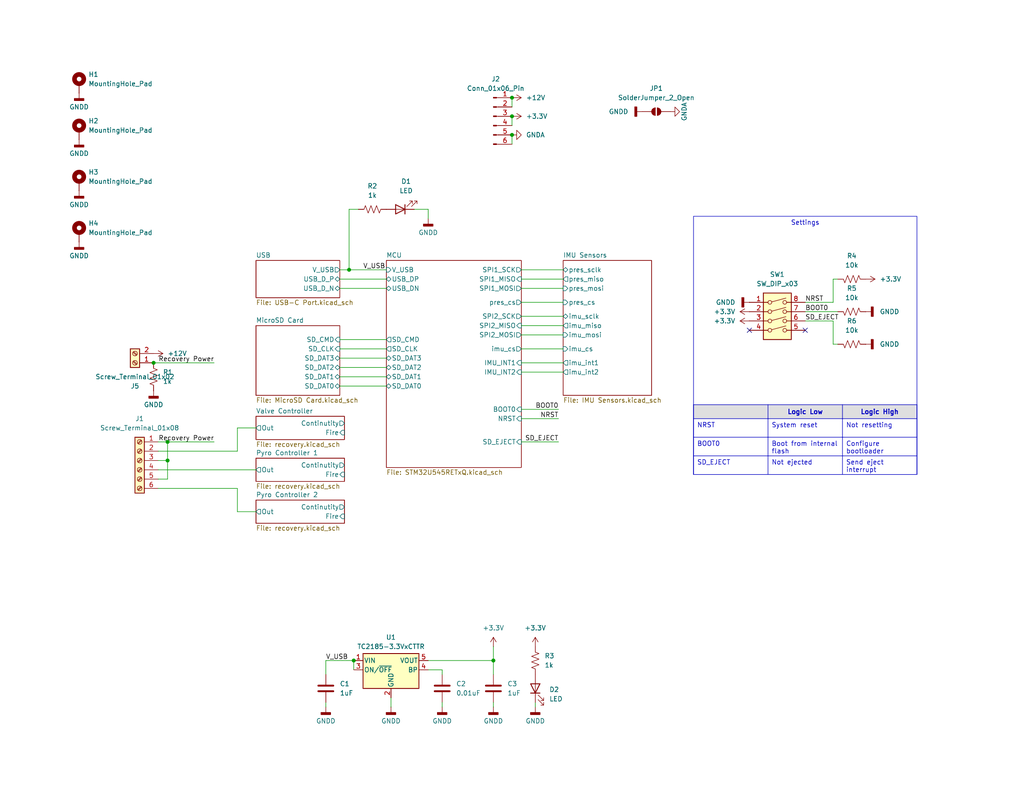
<source format=kicad_sch>
(kicad_sch (version 20250114) (generator "eeschema") (generator_version "9.0")
  (paper "USLetter")
  (title_block (title "Control Module") (date "2025-04-10") (rev "1") (company "Rowan Rocketry"))
  (lib_symbols
    (symbol "Connector:Conn_01x06_Pin" (pin_names (offset 1.016) (hide yes))
      (property "Reference" "J" (at 0 7.62 0))
      (property "Value" "Conn_01x06_Pin" (at 0 -10.16 0))
      (symbol "Conn_01x06_Pin_1_1"
        (rectangle (start 0.8636 5.207) (end 0 4.953) (stroke (width 0.1524)) (fill (type outline)))
        (rectangle (start 0.8636 2.667) (end 0 2.413) (stroke (width 0.1524)) (fill (type outline)))
        (rectangle (start 0.8636 0.127) (end 0 -0.127) (stroke (width 0.1524)) (fill (type outline)))
        (rectangle (start 0.8636 -2.413) (end 0 -2.667) (stroke (width 0.1524)) (fill (type outline)))
        (rectangle (start 0.8636 -4.953) (end 0 -5.207) (stroke (width 0.1524)) (fill (type outline)))
        (rectangle (start 0.8636 -7.493) (end 0 -7.747) (stroke (width 0.1524)) (fill (type outline)))
        (polyline (pts (xy 1.27 5.08) (xy 0.8636 5.08)) (stroke (width 0.1524)))
        (polyline (pts (xy 1.27 2.54) (xy 0.8636 2.54)) (stroke (width 0.1524)))
        (polyline (pts (xy 1.27 0) (xy 0.8636 0)) (stroke (width 0.1524)))
        (polyline (pts (xy 1.27 -2.54) (xy 0.8636 -2.54)) (stroke (width 0.1524)))
        (polyline (pts (xy 1.27 -5.08) (xy 0.8636 -5.08)) (stroke (width 0.1524)))
        (polyline (pts (xy 1.27 -7.62) (xy 0.8636 -7.62)) (stroke (width 0.1524)))
        (pin passive line (at 5.08 5.08 180) (length 3.81) (name "Pin_1") (number "1"))
        (pin passive line (at 5.08 2.54 180) (length 3.81) (name "Pin_2") (number "2"))
        (pin passive line (at 5.08 0 180) (length 3.81) (name "Pin_3") (number "3"))
        (pin passive line (at 5.08 -2.54 180) (length 3.81) (name "Pin_4") (number "4"))
        (pin passive line (at 5.08 -5.08 180) (length 3.81) (name "Pin_5") (number "5"))
        (pin passive line (at 5.08 -7.62 180) (length 3.81) (name "Pin_6") (number "6"))
      )
    )
    (symbol "Connector:Screw_Terminal_01x02" (pin_names (offset 1.016) (hide yes))
      (property "Reference" "J" (at 0 2.54 0))
      (property "Value" "Screw_Terminal_01x02" (at 0 -5.08 0))
      (symbol "Screw_Terminal_01x02_1_1"
        (rectangle (start -1.27 1.27) (end 1.27 -3.81) (stroke (width 0.254)) (fill (type background)))
        (polyline (pts (xy -0.5334 0.3302) (xy 0.3302 -0.508)) (stroke (width 0.1524)))
        (polyline (pts (xy -0.5334 -2.2098) (xy 0.3302 -3.048)) (stroke (width 0.1524)))
        (polyline (pts (xy -0.3556 0.508) (xy 0.508 -0.3302)) (stroke (width 0.1524)))
        (polyline (pts (xy -0.3556 -2.032) (xy 0.508 -2.8702)) (stroke (width 0.1524)))
        (circle (center 0 0) (radius 0.635) (stroke (width 0.1524)))
        (circle (center 0 -2.54) (radius 0.635) (stroke (width 0.1524)))
        (pin passive line (at -5.08 0 0) (length 3.81) (name "Pin_1") (number "1"))
        (pin passive line (at -5.08 -2.54 0) (length 3.81) (name "Pin_2") (number "2"))
      )
    )
    (symbol "Connector:Screw_Terminal_01x06" (pin_names (offset 1.016) (hide yes))
      (property "Reference" "J" (at 0 7.62 0))
      (property "Value" "Screw_Terminal_01x06" (at 0 -10.16 0))
      (symbol "Screw_Terminal_01x06_1_1"
        (rectangle (start -1.27 6.35) (end 1.27 -8.89) (stroke (width 0.254)) (fill (type background)))
        (polyline (pts (xy -0.5334 5.4102) (xy 0.3302 4.572)) (stroke (width 0.1524)))
        (polyline (pts (xy -0.5334 2.8702) (xy 0.3302 2.032)) (stroke (width 0.1524)))
        (polyline (pts (xy -0.5334 0.3302) (xy 0.3302 -0.508)) (stroke (width 0.1524)))
        (polyline (pts (xy -0.5334 -2.2098) (xy 0.3302 -3.048)) (stroke (width 0.1524)))
        (polyline (pts (xy -0.5334 -4.7498) (xy 0.3302 -5.588)) (stroke (width 0.1524)))
        (polyline (pts (xy -0.5334 -7.2898) (xy 0.3302 -8.128)) (stroke (width 0.1524)))
        (polyline (pts (xy -0.3556 5.588) (xy 0.508 4.7498)) (stroke (width 0.1524)))
        (polyline (pts (xy -0.3556 3.048) (xy 0.508 2.2098)) (stroke (width 0.1524)))
        (polyline (pts (xy -0.3556 0.508) (xy 0.508 -0.3302)) (stroke (width 0.1524)))
        (polyline (pts (xy -0.3556 -2.032) (xy 0.508 -2.8702)) (stroke (width 0.1524)))
        (polyline (pts (xy -0.3556 -4.572) (xy 0.508 -5.4102)) (stroke (width 0.1524)))
        (polyline (pts (xy -0.3556 -7.112) (xy 0.508 -7.9502)) (stroke (width 0.1524)))
        (circle (center 0 5.08) (radius 0.635) (stroke (width 0.1524)))
        (circle (center 0 2.54) (radius 0.635) (stroke (width 0.1524)))
        (circle (center 0 0) (radius 0.635) (stroke (width 0.1524)))
        (circle (center 0 -2.54) (radius 0.635) (stroke (width 0.1524)))
        (circle (center 0 -5.08) (radius 0.635) (stroke (width 0.1524)))
        (circle (center 0 -7.62) (radius 0.635) (stroke (width 0.1524)))
        (pin passive line (at -5.08 5.08 0) (length 3.81) (name "Pin_1") (number "1"))
        (pin passive line (at -5.08 2.54 0) (length 3.81) (name "Pin_2") (number "2"))
        (pin passive line (at -5.08 0 0) (length 3.81) (name "Pin_3") (number "3"))
        (pin passive line (at -5.08 -2.54 0) (length 3.81) (name "Pin_4") (number "4"))
        (pin passive line (at -5.08 -5.08 0) (length 3.81) (name "Pin_5") (number "5"))
        (pin passive line (at -5.08 -7.62 0) (length 3.81) (name "Pin_6") (number "6"))
      )
    )
    (symbol "Device:C" (pin_numbers (hide yes)) (pin_names (offset 0.254))
      (property "Reference" "C" (at 0.635 2.54 0))
      (property "Value" "C" (at 0.635 -2.54 0))
      (symbol "C_0_1"
        (polyline (pts (xy -2.032 0.762) (xy 2.032 0.762)) (stroke (width 0.508)))
        (polyline (pts (xy -2.032 -0.762) (xy 2.032 -0.762)) (stroke (width 0.508)))
      )
      (symbol "C_1_1"
        (pin passive line (at 0 3.81 270) (length 2.794) (name "~") (number "1"))
        (pin passive line (at 0 -3.81 90) (length 2.794) (name "~") (number "2"))
      )
    )
    (symbol "Device:LED" (pin_numbers (hide yes)) (pin_names (offset 1.016) (hide yes))
      (property "Reference" "D" (at 0 2.54 0))
      (property "Value" "LED" (at 0 -2.54 0))
      (symbol "LED_0_1"
        (polyline (pts (xy -3.048 -0.762) (xy -4.572 -2.286) (xy -3.81 -2.286) (xy -4.572 -2.286) (xy -4.572 -1.524)))
        (polyline (pts (xy -1.778 -0.762) (xy -3.302 -2.286) (xy -2.54 -2.286) (xy -3.302 -2.286) (xy -3.302 -1.524)))
        (polyline (pts (xy -1.27 0) (xy 1.27 0)))
        (polyline (pts (xy -1.27 -1.27) (xy -1.27 1.27)) (stroke (width 0.254)))
        (polyline (pts (xy 1.27 -1.27) (xy 1.27 1.27) (xy -1.27 0) (xy 1.27 -1.27)) (stroke (width 0.254)))
      )
      (symbol "LED_1_1"
        (pin passive line (at -3.81 0 0) (length 2.54) (name "K") (number "1"))
        (pin passive line (at 3.81 0 180) (length 2.54) (name "A") (number "2"))
      )
    )
    (symbol "Device:R_US" (pin_numbers (hide yes)) (pin_names (offset 0))
      (property "Reference" "R" (at 2.54 0 90))
      (property "Value" "R_US" (at -2.54 0 90))
      (symbol "R_US_0_1"
        (polyline (pts (xy 0 2.286) (xy 0 2.54)))
        (polyline (pts (xy 0 2.286) (xy 1.016 1.905) (xy 0 1.524) (xy -1.016 1.143) (xy 0 0.762)))
        (polyline (pts (xy 0 0.762) (xy 1.016 0.381) (xy 0 0) (xy -1.016 -0.381) (xy 0 -0.762)))
        (polyline (pts (xy 0 -0.762) (xy 1.016 -1.143) (xy 0 -1.524) (xy -1.016 -1.905) (xy 0 -2.286)))
        (polyline (pts (xy 0 -2.286) (xy 0 -2.54)))
      )
      (symbol "R_US_1_1"
        (pin passive line (at 0 3.81 270) (length 1.27) (name "~") (number "1"))
        (pin passive line (at 0 -3.81 90) (length 1.27) (name "~") (number "2"))
      )
    )
    (symbol "Jumper:SolderJumper_2_Open" (pin_numbers (hide yes)) (pin_names (offset 0) (hide yes)) (in_bom no)
      (property "Reference" "JP" (at 0 2.032 0))
      (property "Value" "SolderJumper_2_Open" (at 0 -2.54 0))
      (symbol "SolderJumper_2_Open_0_1"
        (polyline (pts (xy -0.254 1.016) (xy -0.254 -1.016)))
        (arc (start -0.254 -1.016) (mid -1.2656 0) (end -0.254 1.016))
        (arc (start -0.254 -1.016) (mid -1.2656 0) (end -0.254 1.016) (fill (type outline)))
        (arc (start 0.254 1.016) (mid 1.2656 0) (end 0.254 -1.016))
        (arc (start 0.254 1.016) (mid 1.2656 0) (end 0.254 -1.016) (fill (type outline)))
        (polyline (pts (xy 0.254 1.016) (xy 0.254 -1.016)))
      )
      (symbol "SolderJumper_2_Open_1_1"
        (pin passive line (at -3.81 0 0) (length 2.54) (name "A") (number "1"))
        (pin passive line (at 3.81 0 180) (length 2.54) (name "B") (number "2"))
      )
    )
    (symbol "Mechanical:MountingHole_Pad" (pin_numbers (hide yes)) (pin_names (offset 1.016) (hide yes)) (exclude_from_sim yes) (in_bom no)
      (property "Reference" "H" (at 0 6.35 0))
      (property "Value" "MountingHole_Pad" (at 0 4.445 0))
      (symbol "MountingHole_Pad_0_1"
        (circle (center 0 1.27) (radius 1.27) (stroke (width 1.27)))
      )
      (symbol "MountingHole_Pad_1_1"
        (pin input line (at 0 -2.54 90) (length 2.54) (name "1") (number "1"))
      )
    )
    (symbol "Regulator_Linear:TC2185-3.3VxCTTR" (pin_names (offset 0.254))
      (property "Reference" "U" (at -6.35 5.715 0))
      (property "Value" "TC2185-3.3VxCTTR" (at 0 5.715 0))
      (symbol "TC2185-3.3VxCTTR_0_1"
        (rectangle (start -7.62 -5.08) (end 7.62 4.445) (stroke (width 0.254)) (fill (type background)))
      )
      (symbol "TC2185-3.3VxCTTR_1_1"
        (pin power_in line (at -10.16 2.54 0) (length 2.54) (name "VIN") (number "1"))
        (pin input line (at -10.16 0 0) (length 2.54) (name "ON/~{OFF}") (number "3"))
        (pin power_in line (at 0 -7.62 90) (length 2.54) (name "GND") (number "2"))
        (pin power_out line (at 10.16 2.54 180) (length 2.54) (name "VOUT") (number "5"))
        (pin input line (at 10.16 0 180) (length 2.54) (name "BP") (number "4"))
      )
    )
    (symbol "Switch:SW_DIP_x04" (pin_names (offset 0) (hide yes))
      (property "Reference" "SW" (at 0 8.89 0))
      (property "Value" "SW_DIP_x04" (at 0 -6.35 0))
      (symbol "SW_DIP_x04_0_0"
        (circle (center -2.032 5.08) (radius 0.508))
        (circle (center -2.032 2.54) (radius 0.508))
        (circle (center -2.032 0) (radius 0.508))
        (circle (center -2.032 -2.54) (radius 0.508))
        (polyline (pts (xy -1.524 5.207) (xy 2.3622 6.2484)))
        (polyline (pts (xy -1.524 2.667) (xy 2.3622 3.7084)))
        (polyline (pts (xy -1.524 0.127) (xy 2.3622 1.1684)))
        (polyline (pts (xy -1.524 -2.3876) (xy 2.3622 -1.3462)))
        (circle (center 2.032 5.08) (radius 0.508))
        (circle (center 2.032 2.54) (radius 0.508))
        (circle (center 2.032 0) (radius 0.508))
        (circle (center 2.032 -2.54) (radius 0.508))
      )
      (symbol "SW_DIP_x04_0_1"
        (rectangle (start -3.81 7.62) (end 3.81 -5.08) (stroke (width 0.254)) (fill (type background)))
      )
      (symbol "SW_DIP_x04_1_1"
        (pin passive line (at -7.62 5.08 0) (length 5.08) (name "~") (number "1"))
        (pin passive line (at -7.62 2.54 0) (length 5.08) (name "~") (number "2"))
        (pin passive line (at -7.62 0 0) (length 5.08) (name "~") (number "3"))
        (pin passive line (at -7.62 -2.54 0) (length 5.08) (name "~") (number "4"))
        (pin passive line (at 7.62 5.08 180) (length 5.08) (name "~") (number "8"))
        (pin passive line (at 7.62 2.54 180) (length 5.08) (name "~") (number "7"))
        (pin passive line (at 7.62 0 180) (length 5.08) (name "~") (number "6"))
        (pin passive line (at 7.62 -2.54 180) (length 5.08) (name "~") (number "5"))
      )
    )
    (symbol "power:+12V" (power) (pin_numbers (hide yes)) (pin_names (offset 0) (hide yes))
      (property "Value" "+12V" (at 0 3.556 0))
      (symbol "+12V_0_1"
        (polyline (pts (xy -0.762 1.27) (xy 0 2.54)))
        (polyline (pts (xy 0 2.54) (xy 0.762 1.27)))
        (polyline (pts (xy 0 0) (xy 0 2.54)))
      )
      (symbol "+12V_1_1"
        (pin power_in line (at 0 0 90) (length 0) (name "~") (number "1"))
      )
    )
    (symbol "power:+3.3V" (power) (pin_numbers (hide yes)) (pin_names (offset 0) (hide yes))
      (property "Value" "+3.3V" (at 0 3.556 0))
      (symbol "+3.3V_0_1"
        (polyline (pts (xy -0.762 1.27) (xy 0 2.54)))
        (polyline (pts (xy 0 2.54) (xy 0.762 1.27)))
        (polyline (pts (xy 0 0) (xy 0 2.54)))
      )
      (symbol "+3.3V_1_1"
        (pin power_in line (at 0 0 90) (length 0) (name "~") (number "1"))
      )
    )
    (symbol "power:GNDA" (power) (pin_numbers (hide yes)) (pin_names (offset 0) (hide yes))
      (property "Value" "GNDA" (at 0 -3.81 0))
      (symbol "GNDA_0_1"
        (polyline (pts (xy 0 0) (xy 0 -1.27) (xy 1.27 -1.27) (xy 0 -2.54) (xy -1.27 -1.27) (xy 0 -1.27)))
      )
      (symbol "GNDA_1_1"
        (pin power_in line (at 0 0 270) (length 0) (name "~") (number "1"))
      )
    )
    (symbol "power:GNDD" (power) (pin_numbers (hide yes)) (pin_names (offset 0) (hide yes))
      (property "Value" "GNDD" (at 0 -3.175 0))
      (symbol "GNDD_0_1"
        (rectangle (start -1.27 -1.524) (end 1.27 -2.032) (stroke (width 0.254)) (fill (type outline)))
        (polyline (pts (xy 0 0) (xy 0 -1.524)))
      )
      (symbol "GNDD_1_1"
        (pin power_in line (at 0 0 270) (length 0) (name "~") (number "1"))
      )
    )
  )
  (rectangle (start 189.23 59.055) (end 250.19 129.54))
  (text "Settings" (at 219.71 60.96 0) (effects (font (size 1.27 1.27))))
  (junction (at 139.7 26.67))
  (junction (at 96.52 180.34))
  (junction (at 45.72 120.65))
  (junction (at 45.72 125.73))
  (junction (at 139.7 36.83))
  (junction (at 139.7 31.75))
  (junction (at 95.25 73.66))
  (junction (at 134.62 180.34))
  (junction (at 41.91 99.06))
  (no_connect (at 219.71 90.17))
  (no_connect (at 204.47 90.17))
  (wire (pts (xy 142.24 86.36) (xy 153.67 86.36)))
  (wire (pts (xy 64.77 123.19) (xy 64.77 116.84)))
  (wire (pts (xy 227.33 93.98) (xy 228.6 93.98)))
  (wire (pts (xy 227.33 76.2) (xy 227.33 82.55)))
  (wire (pts (xy 64.77 139.7) (xy 64.77 133.35)))
  (wire (pts (xy 116.84 59.69) (xy 116.84 57.15)))
  (wire (pts (xy 106.68 193.04) (xy 106.68 190.5)))
  (wire (pts (xy 64.77 133.35) (xy 43.18 133.35)))
  (wire (pts (xy 58.42 99.06) (xy 41.91 99.06)))
  (wire (pts (xy 92.71 105.41) (xy 105.41 105.41)))
  (wire (pts (xy 142.24 91.44) (xy 153.67 91.44)))
  (wire (pts (xy 134.62 191.77) (xy 134.62 193.04)))
  (wire (pts (xy 134.62 176.53) (xy 134.62 180.34)))
  (wire (pts (xy 116.84 182.88) (xy 120.65 182.88)))
  (wire (pts (xy 92.71 78.74) (xy 105.41 78.74)))
  (wire (pts (xy 45.72 120.65) (xy 45.72 125.73)))
  (wire (pts (xy 45.72 125.73) (xy 45.72 130.81)))
  (wire (pts (xy 227.33 87.63) (xy 219.71 87.63)))
  (wire (pts (xy 134.62 180.34) (xy 134.62 184.15)))
  (wire (pts (xy 88.9 184.15) (xy 88.9 180.34)))
  (wire (pts (xy 88.9 180.34) (xy 96.52 180.34)))
  (wire (pts (xy 152.4 111.76) (xy 142.24 111.76)))
  (wire (pts (xy 43.18 130.81) (xy 45.72 130.81)))
  (wire (pts (xy 142.24 76.2) (xy 153.67 76.2)))
  (wire (pts (xy 69.85 139.7) (xy 64.77 139.7)))
  (wire (pts (xy 139.7 26.67) (xy 139.7 29.21)))
  (wire (pts (xy 120.65 182.88) (xy 120.65 184.15)))
  (wire (pts (xy 43.18 120.65) (xy 45.72 120.65)))
  (wire (pts (xy 92.71 76.2) (xy 105.41 76.2)))
  (wire (pts (xy 45.72 120.65) (xy 58.42 120.65)))
  (wire (pts (xy 227.33 93.98) (xy 227.33 87.63)))
  (wire (pts (xy 227.33 82.55) (xy 219.71 82.55)))
  (wire (pts (xy 139.7 36.83) (xy 139.7 39.37)))
  (wire (pts (xy 43.18 125.73) (xy 45.72 125.73)))
  (wire (pts (xy 64.77 116.84) (xy 69.85 116.84)))
  (wire (pts (xy 219.71 85.09) (xy 228.6 85.09)))
  (wire (pts (xy 92.71 100.33) (xy 105.41 100.33)))
  (wire (pts (xy 142.24 73.66) (xy 153.67 73.66)))
  (wire (pts (xy 142.24 101.6) (xy 153.67 101.6)))
  (wire (pts (xy 142.24 82.55) (xy 153.67 82.55)))
  (wire (pts (xy 92.71 95.25) (xy 105.41 95.25)))
  (wire (pts (xy 116.84 57.15) (xy 113.03 57.15)))
  (wire (pts (xy 120.65 193.04) (xy 120.65 191.77)))
  (wire (pts (xy 95.25 57.15) (xy 95.25 73.66)))
  (wire (pts (xy 97.79 57.15) (xy 95.25 57.15)))
  (wire (pts (xy 92.71 73.66) (xy 95.25 73.66)))
  (wire (pts (xy 142.24 78.74) (xy 153.67 78.74)))
  (wire (pts (xy 146.05 193.04) (xy 146.05 191.77)))
  (wire (pts (xy 43.18 128.27) (xy 69.85 128.27)))
  (wire (pts (xy 88.9 191.77) (xy 88.9 193.04)))
  (wire (pts (xy 152.4 114.3) (xy 142.24 114.3)))
  (wire (pts (xy 92.71 92.71) (xy 105.41 92.71)))
  (wire (pts (xy 142.24 95.25) (xy 153.67 95.25)))
  (wire (pts (xy 92.71 97.79) (xy 105.41 97.79)))
  (wire (pts (xy 116.84 180.34) (xy 134.62 180.34)))
  (wire (pts (xy 96.52 180.34) (xy 96.52 182.88)))
  (wire (pts (xy 142.24 99.06) (xy 153.67 99.06)))
  (wire (pts (xy 152.4 120.65) (xy 142.24 120.65)))
  (wire (pts (xy 139.7 31.75) (xy 139.7 34.29)))
  (wire (pts (xy 43.18 123.19) (xy 64.77 123.19)))
  (wire (pts (xy 92.71 102.87) (xy 105.41 102.87)))
  (wire (pts (xy 142.24 88.9) (xy 153.67 88.9)))
  (wire (pts (xy 227.33 76.2) (xy 228.6 76.2)))
  (wire (pts (xy 95.25 73.66) (xy 105.41 73.66)))
  (table (column_count 3) (border (external yes) (header yes)) (separators (rows yes) (cols yes)) (column_widths 20.32 20.32 20.32) (row_heights 3.81 5.08 5.08 5.08) (cells (table_cell "" (at 189.23 110.49 0) (size 20.32 3.81) (margins 0.9525 0.9525 0.9525 0.9525) (span 1 1) (fill (type color) (color 0 0 0 0.1254901961))) (table_cell "Logic Low" (at 209.55 110.49 0) (size 20.32 3.81) (margins 0.9525 0.9525 0.9525 0.9525) (span 1 1) (fill (type color) (color 0 0 0 0.1254901961))) (table_cell "Logic High" (at 229.87 110.49 0) (size 20.32 3.81) (margins 0.9525 0.9525 0.9525 0.9525) (span 1 1) (fill (type color) (color 0 0 0 0.1254901961))) (table_cell "NRST" (at 189.23 114.3 0) (size 20.32 5.08) (margins 0.9525 0.9525 0.9525 0.9525) (span 1 1)) (table_cell "System reset" (at 209.55 114.3 0) (size 20.32 5.08) (margins 0.9525 0.9525 0.9525 0.9525) (span 1 1)) (table_cell "Not resetting" (at 229.87 114.3 0) (size 20.32 5.08) (margins 0.9525 0.9525 0.9525 0.9525) (span 1 1)) (table_cell "BOOT0" (at 189.23 119.38 0) (size 20.32 5.08) (margins 0.9525 0.9525 0.9525 0.9525) (span 1 1)) (table_cell "Boot from internal flash" (at 209.55 119.38 0) (size 20.32 5.08) (margins 0.9525 0.9525 0.9525 0.9525) (span 1 1)) (table_cell "Configure bootloader" (at 229.87 119.38 0) (size 20.32 5.08) (margins 0.9525 0.9525 0.9525 0.9525) (span 1 1)) (table_cell "SD_EJECT" (at 189.23 124.46 0) (size 20.32 5.08) (margins 0.9525 0.9525 0.9525 0.9525) (span 1 1)) (table_cell "Not ejected" (at 209.55 124.46 0) (size 20.32 5.08) (margins 0.9525 0.9525 0.9525 0.9525) (span 1 1)) (table_cell "Send eject interrupt" (at 229.87 124.46 0) (size 20.32 5.08) (margins 0.9525 0.9525 0.9525 0.9525) (span 1 1))))
  (label "SD_EJECT" (at 219.71 87.63 0))
  (label "Recovery Power" (at 58.42 120.65 180))
  (label "SD_EJECT" (at 152.4 120.65 180))
  (label "V_USB" (at 99.06 73.66 0))
  (label "NRST" (at 152.4 114.3 180))
  (label "V_USB" (at 88.9 180.34 0))
  (label "BOOT0" (at 219.71 85.09 0))
  (label "NRST" (at 219.71 82.55 0))
  (label "Recovery Power" (at 58.42 99.06 180))
  (label "BOOT0" (at 152.4 111.76 180))
  (symbol (lib_id "power:GNDD") (at 41.91 106.68 0) (unit 1)
    (property "Reference" "#PWR06" (effects (hide yes)))
    (property "Value" "GNDD" (at 41.91 110.49 0))
    (property "Description" "Power symbol creates a global label with name \"GNDD\" , digital ground" (effects (hide yes)))
  )
  (symbol (lib_id "Mechanical:MountingHole_Pad") (at 21.59 49.53 0) (unit 1) (exclude_from_sim yes) (in_bom no)
    (property "Reference" "H3" (at 24.13 46.9899 0) (effects (justify left)))
    (property "Value" "MountingHole_Pad" (at 24.13 49.5299 0) (effects (justify left)))
    (property "Footprint" "MountingHole:MountingHole_3.2mm_M3_Pad_Via" (effects (hide yes)))
    (property "Description" "Mounting Hole with connection" (effects (hide yes)))
  )
  (symbol (lib_id "power:GNDD") (at 21.59 66.04 0) (unit 1)
    (property "Reference" "#PWR04" (effects (hide yes)))
    (property "Value" "GNDD" (at 21.59 69.85 0))
    (property "Description" "Power symbol creates a global label with name \"GNDD\" , digital ground" (effects (hide yes)))
  )
  (symbol (lib_id "power:GNDD") (at 134.62 193.04 0) (unit 1)
    (property "Reference" "#PWR015" (effects (hide yes)))
    (property "Value" "GNDD" (at 134.62 196.85 0))
    (property "Description" "Power symbol creates a global label with name \"GNDD\" , digital ground" (effects (hide yes)))
  )
  (symbol (lib_id "Mechanical:MountingHole_Pad") (at 21.59 22.86 0) (unit 1) (exclude_from_sim yes) (in_bom no)
    (property "Reference" "H1" (at 24.13 20.3199 0) (effects (justify left)))
    (property "Value" "MountingHole_Pad" (at 24.13 22.8599 0) (effects (justify left)))
    (property "Footprint" "MountingHole:MountingHole_3.2mm_M3_Pad_Via" (effects (hide yes)))
    (property "Description" "Mounting Hole with connection" (effects (hide yes)))
  )
  (symbol (lib_id "power:GNDD") (at 236.22 93.98 90) (unit 1)
    (property "Reference" "#PWR028" (effects (hide yes)))
    (property "Value" "GNDD" (at 240.03 93.9799 90) (effects (justify right)))
    (property "Description" "Power symbol creates a global label with name \"GNDD\" , digital ground" (effects (hide yes)))
  )
  (symbol (lib_id "power:+3.3V") (at 204.47 87.63 90) (unit 1)
    (property "Reference" "#PWR025" (effects (hide yes)))
    (property "Value" "+3.3V" (at 200.66 87.6299 90) (effects (justify left)))
    (property "Description" "Power symbol creates a global label with name \"+3.3V\"" (effects (hide yes)))
  )
  (symbol (lib_id "power:GNDD") (at 21.59 25.4 0) (unit 1)
    (property "Reference" "#PWR01" (effects (hide yes)))
    (property "Value" "GNDD" (at 21.59 29.21 0))
    (property "Description" "Power symbol creates a global label with name \"GNDD\" , digital ground" (effects (hide yes)))
  )
  (symbol (lib_id "Device:R_US") (at 232.41 85.09 90) (mirror x) (unit 1)
    (property "Reference" "R5" (at 232.41 78.74 90))
    (property "Value" "10k" (at 232.41 81.28 90))
    (property "Footprint" "Resistor_SMD:R_0603_1608Metric_Pad0.98x0.95mm_HandSolder" (effects (hide yes)))
    (property "Description" "Resistor, US symbol" (effects (hide yes)))
  )
  (symbol (lib_id "power:GNDD") (at 204.47 82.55 270) (unit 1)
    (property "Reference" "#PWR023" (effects (hide yes)))
    (property "Value" "GNDD" (at 200.66 82.5499 90) (effects (justify right)))
    (property "Description" "Power symbol creates a global label with name \"GNDD\" , digital ground" (effects (hide yes)))
  )
  (symbol (lib_id "Regulator_Linear:TC2185-3.3VxCTTR") (at 106.68 182.88 0) (unit 1)
    (property "Reference" "U1" (at 106.68 173.99 0))
    (property "Value" "TC2185-3.3VxCTTR" (at 106.68 176.53 0))
    (property "Footprint" "Package_TO_SOT_SMD:SOT-23-5" (effects (hide yes)))
    (property "Datasheet" "http://ww1.microchip.com/downloads/en/DeviceDoc/21662F.pdf" (effects (hide yes)))
    (property "Description" "3.3V 150mA CMOS LDO with Shutdown and Vref Bypass, SOT-23-5" (effects (hide yes)))
    (property "Purchase" "https://www.digikey.com/en/products/detail/microchip-technology/TC2185-3-3VCTTR/443217" (effects (hide yes)))
  )
  (symbol (lib_id "power:+12V") (at 41.91 96.52 270) (unit 1)
    (property "Reference" "#PWR05" (effects (hide yes)))
    (property "Value" "+12V" (at 45.72 96.5199 90) (effects (justify left)))
    (property "Description" "Power symbol creates a global label with name \"+12V\"" (effects (hide yes)))
  )
  (symbol (lib_id "power:+12V") (at 139.7 26.67 270) (unit 1)
    (property "Reference" "#PWR016" (effects (hide yes)))
    (property "Value" "+12V" (at 143.51 26.6699 90) (effects (justify left)))
    (property "Description" "Power symbol creates a global label with name \"+12V\"" (effects (hide yes)))
  )
  (symbol (lib_id "Mechanical:MountingHole_Pad") (at 21.59 63.5 0) (unit 1) (exclude_from_sim yes) (in_bom no)
    (property "Reference" "H4" (at 24.13 60.9599 0) (effects (justify left)))
    (property "Value" "MountingHole_Pad" (at 24.13 63.4999 0) (effects (justify left)))
    (property "Footprint" "MountingHole:MountingHole_3.2mm_M3_Pad_Via" (effects (hide yes)))
    (property "Description" "Mounting Hole with connection" (effects (hide yes)))
  )
  (symbol (lib_id "Device:LED") (at 109.22 57.15 180) (unit 1)
    (property "Reference" "D1" (at 110.8075 49.53 0))
    (property "Value" "LED" (at 110.8075 52.07 0))
    (property "Footprint" "LED_SMD:LED_0603_1608Metric" (effects (hide yes)))
    (property "Description" "Light emitting diode" (effects (hide yes)))
    (property "Sim.Pins" "1=K 2=A" (effects (hide yes)))
  )
  (symbol (lib_id "power:GNDD") (at 21.59 52.07 0) (unit 1)
    (property "Reference" "#PWR03" (effects (hide yes)))
    (property "Value" "GNDD" (at 21.59 55.88 0))
    (property "Description" "Power symbol creates a global label with name \"GNDD\" , digital ground" (effects (hide yes)))
  )
  (symbol (lib_id "Device:C") (at 120.65 187.96 0) (unit 1)
    (property "Reference" "C2" (at 124.46 186.6899 0) (effects (justify left)))
    (property "Value" "0.01uF" (at 124.46 189.2299 0) (effects (justify left)))
    (property "Footprint" "Capacitor_SMD:C_0603_1608Metric" (effects (hide yes)))
    (property "Description" "Unpolarized capacitor" (effects (hide yes)))
  )
  (symbol (lib_id "Connector:Conn_01x06_Pin") (at 134.62 31.75 0) (unit 1)
    (property "Reference" "J2" (at 135.255 21.59 0))
    (property "Value" "Conn_01x06_Pin" (at 135.255 24.13 0))
    (property "Footprint" "Connector_PinHeader_2.54mm:PinHeader_1x06_P2.54mm_Vertical" (effects (hide yes)))
    (property "Description" "Generic connector, single row, 01x06, script generated" (effects (hide yes)))
  )
  (symbol (lib_id "power:GNDD") (at 236.22 85.09 90) (unit 1)
    (property "Reference" "#PWR027" (effects (hide yes)))
    (property "Value" "GNDD" (at 240.03 85.0899 90) (effects (justify right)))
    (property "Description" "Power symbol creates a global label with name \"GNDD\" , digital ground" (effects (hide yes)))
  )
  (symbol (lib_id "Device:C") (at 134.62 187.96 0) (unit 1)
    (property "Reference" "C3" (at 138.43 186.6899 0) (effects (justify left)))
    (property "Value" "1uF" (at 138.43 189.2299 0) (effects (justify left)))
    (property "Footprint" "Capacitor_SMD:C_0603_1608Metric" (effects (hide yes)))
    (property "Description" "Unpolarized capacitor" (effects (hide yes)))
  )
  (symbol (lib_id "power:+3.3V") (at 146.05 176.53 0) (unit 1)
    (property "Reference" "#PWR019" (effects (hide yes)))
    (property "Value" "+3.3V" (at 146.05 171.45 0))
    (property "Description" "Power symbol creates a global label with name \"+3.3V\"" (effects (hide yes)))
  )
  (symbol (lib_id "Device:R_US") (at 146.05 180.34 0) (unit 1)
    (property "Reference" "R3" (at 148.59 179.0699 0) (effects (justify left)))
    (property "Value" "1k" (at 148.59 181.6099 0) (effects (justify left)))
    (property "Footprint" "Resistor_SMD:R_0603_1608Metric" (effects (hide yes)))
    (property "Description" "Resistor, US symbol" (effects (hide yes)))
  )
  (symbol (lib_id "Connector:Screw_Terminal_01x06") (at 38.1 125.73 0) (mirror y) (unit 1)
    (property "Reference" "J1" (at 38.1 114.3 0))
    (property "Value" "Screw_Terminal_01x08" (at 38.1 116.84 0))
    (property "Footprint" "TerminalBlock_Phoenix:TerminalBlock_Phoenix_MPT-0,5-6-2.54_1x06_P2.54mm_Horizontal" (effects (hide yes)))
    (property "Description" "Generic screw terminal, single row, 01x06, script generated (kicad-library-utils/schlib/autogen/connector/)" (effects (hide yes)))
  )
  (symbol (lib_id "power:+3.3V") (at 236.22 76.2 270) (unit 1)
    (property "Reference" "#PWR026" (effects (hide yes)))
    (property "Value" "+3.3V" (at 240.03 76.1999 90) (effects (justify left)))
    (property "Description" "Power symbol creates a global label with name \"+3.3V\"" (effects (hide yes)))
  )
  (symbol (lib_id "Device:R_US") (at 232.41 93.98 90) (mirror x) (unit 1)
    (property "Reference" "R6" (at 232.41 87.63 90))
    (property "Value" "10k" (at 232.41 90.17 90))
    (property "Footprint" "Resistor_SMD:R_0603_1608Metric_Pad0.98x0.95mm_HandSolder" (effects (hide yes)))
    (property "Description" "Resistor, US symbol" (effects (hide yes)))
  )
  (symbol (lib_id "power:GNDD") (at 175.26 30.48 270) (unit 1)
    (property "Reference" "#PWR021" (effects (hide yes)))
    (property "Value" "GNDD" (at 171.45 30.4799 90) (effects (justify right)))
    (property "Description" "Power symbol creates a global label with name \"GNDD\" , digital ground" (effects (hide yes)))
  )
  (symbol (lib_id "power:GNDD") (at 106.68 193.04 0) (unit 1)
    (property "Reference" "#PWR011" (effects (hide yes)))
    (property "Value" "GNDD" (at 106.68 196.85 0))
    (property "Description" "Power symbol creates a global label with name \"GNDD\" , digital ground" (effects (hide yes)))
  )
  (symbol (lib_id "Mechanical:MountingHole_Pad") (at 21.59 35.56 0) (unit 1) (exclude_from_sim yes) (in_bom no)
    (property "Reference" "H2" (at 24.13 33.0199 0) (effects (justify left)))
    (property "Value" "MountingHole_Pad" (at 24.13 35.5599 0) (effects (justify left)))
    (property "Footprint" "MountingHole:MountingHole_3.2mm_M3_Pad_Via" (effects (hide yes)))
    (property "Description" "Mounting Hole with connection" (effects (hide yes)))
  )
  (symbol (lib_id "power:GNDD") (at 116.84 59.69 0) (unit 1)
    (property "Reference" "#PWR012" (effects (hide yes)))
    (property "Value" "GNDD" (at 116.84 63.5 0))
    (property "Description" "Power symbol creates a global label with name \"GNDD\" , digital ground" (effects (hide yes)))
  )
  (symbol (lib_id "power:GNDA") (at 139.7 36.83 90) (unit 1)
    (property "Reference" "#PWR018" (effects (hide yes)))
    (property "Value" "GNDA" (at 143.51 36.8299 90) (effects (justify right)))
    (property "Description" "Power symbol creates a global label with name \"GNDA\" , analog ground" (effects (hide yes)))
  )
  (symbol (lib_id "power:GNDD") (at 146.05 193.04 0) (unit 1)
    (property "Reference" "#PWR020" (effects (hide yes)))
    (property "Value" "GNDD" (at 146.05 196.85 0))
    (property "Description" "Power symbol creates a global label with name \"GNDD\" , digital ground" (effects (hide yes)))
  )
  (symbol (lib_id "Device:R_US") (at 41.91 102.87 180) (unit 1)
    (property "Reference" "R1" (at 44.45 101.5999 0) (effects (justify right)))
    (property "Value" "1k" (at 44.45 104.1399 0) (effects (justify right)))
    (property "Footprint" "Resistor_SMD:R_0603_1608Metric" (effects (hide yes)))
    (property "Description" "Resistor, US symbol" (effects (hide yes)))
  )
  (symbol (lib_id "Device:LED") (at 146.05 187.96 90) (unit 1)
    (property "Reference" "D2" (at 149.86 188.2774 90) (effects (justify right)))
    (property "Value" "LED" (at 149.86 190.8174 90) (effects (justify right)))
    (property "Footprint" "LED_SMD:LED_0603_1608Metric" (effects (hide yes)))
    (property "Description" "Light emitting diode" (effects (hide yes)))
    (property "Sim.Pins" "1=K 2=A" (effects (hide yes)))
  )
  (symbol (lib_id "Device:R_US") (at 101.6 57.15 90) (unit 1)
    (property "Reference" "R2" (at 101.6 50.8 90))
    (property "Value" "1k" (at 101.6 53.34 90))
    (property "Footprint" "Resistor_SMD:R_0603_1608Metric" (effects (hide yes)))
    (property "Description" "Resistor, US symbol" (effects (hide yes)))
  )
  (symbol (lib_id "power:+3.3V") (at 134.62 176.53 0) (unit 1)
    (property "Reference" "#PWR014" (effects (hide yes)))
    (property "Value" "+3.3V" (at 134.62 171.45 0))
    (property "Description" "Power symbol creates a global label with name \"+3.3V\"" (effects (hide yes)))
  )
  (symbol (lib_id "power:GNDD") (at 88.9 193.04 0) (unit 1)
    (property "Reference" "#PWR08" (effects (hide yes)))
    (property "Value" "GNDD" (at 88.9 196.85 0))
    (property "Description" "Power symbol creates a global label with name \"GNDD\" , digital ground" (effects (hide yes)))
  )
  (symbol (lib_id "power:+3.3V") (at 139.7 31.75 270) (unit 1)
    (property "Reference" "#PWR017" (effects (hide yes)))
    (property "Value" "+3.3V" (at 143.51 31.7499 90) (effects (justify left)))
    (property "Description" "Power symbol creates a global label with name \"+3.3V\"" (effects (hide yes)))
  )
  (symbol (lib_id "Device:R_US") (at 232.41 76.2 90) (mirror x) (unit 1)
    (property "Reference" "R4" (at 232.41 69.85 90))
    (property "Value" "10k" (at 232.41 72.39 90))
    (property "Footprint" "Resistor_SMD:R_0603_1608Metric_Pad0.98x0.95mm_HandSolder" (effects (hide yes)))
    (property "Description" "Resistor, US symbol" (effects (hide yes)))
  )
  (symbol (lib_id "Device:C") (at 88.9 187.96 0) (unit 1)
    (property "Reference" "C1" (at 92.71 186.6899 0) (effects (justify left)))
    (property "Value" "1uF" (at 92.71 189.2299 0) (effects (justify left)))
    (property "Footprint" "Capacitor_SMD:C_0603_1608Metric" (effects (hide yes)))
    (property "Description" "Unpolarized capacitor" (effects (hide yes)))
  )
  (symbol (lib_id "power:GNDA") (at 182.88 30.48 90) (unit 1)
    (property "Reference" "#PWR022" (effects (hide yes)))
    (property "Value" "GNDA" (at 186.69 30.48 0))
    (property "Description" "Power symbol creates a global label with name \"GNDA\" , analog ground" (effects (hide yes)))
  )
  (symbol (lib_id "Jumper:SolderJumper_2_Open") (at 179.07 30.48 0) (unit 1) (in_bom no)
    (property "Reference" "JP1" (at 179.07 24.13 0))
    (property "Value" "SolderJumper_2_Open" (at 179.07 26.67 0))
    (property "Footprint" "Jumper:SolderJumper-2_P1.3mm_Open_RoundedPad1.0x1.5mm" (effects (hide yes)))
    (property "Description" "Solder Jumper, 2-pole, open" (effects (hide yes)))
  )
  (symbol (lib_id "Switch:SW_DIP_x04") (at 212.09 87.63 0) (unit 1)
    (property "Reference" "SW1" (at 212.09 74.93 0))
    (property "Value" "SW_DIP_x03" (at 212.09 77.47 0))
    (property "Footprint" "Button_Switch_SMD:SW_DIP_SPSTx04_Slide_Copal_CHS-04A_W5.08mm_P1.27mm_JPin" (effects (hide yes)))
    (property "Description" "4x DIP Switch, Single Pole Single Throw (SPST) switch, small symbol" (effects (hide yes)))
  )
  (symbol (lib_id "power:+3.3V") (at 204.47 85.09 90) (unit 1)
    (property "Reference" "#PWR024" (effects (hide yes)))
    (property "Value" "+3.3V" (at 200.66 85.0899 90) (effects (justify left)))
    (property "Description" "Power symbol creates a global label with name \"+3.3V\"" (effects (hide yes)))
  )
  (symbol (lib_id "Connector:Screw_Terminal_01x02") (at 36.83 99.06 180) (unit 1)
    (property "Reference" "J5" (at 36.83 105.41 0))
    (property "Value" "Screw_Terminal_01x02" (at 36.83 102.87 0))
    (property "Footprint" "TerminalBlock_Phoenix:TerminalBlock_Phoenix_MPT-0,5-2-2.54_1x02_P2.54mm_Horizontal" (effects (hide yes)))
    (property "Description" "Generic screw terminal, single row, 01x02, script generated (kicad-library-utils/schlib/autogen/connector/)" (effects (hide yes)))
  )
  (symbol (lib_id "power:GNDD") (at 120.65 193.04 0) (unit 1)
    (property "Reference" "#PWR013" (effects (hide yes)))
    (property "Value" "GNDD" (at 120.65 196.85 0))
    (property "Description" "Power symbol creates a global label with name \"GNDD\" , digital ground" (effects (hide yes)))
  )
  (symbol (lib_id "power:GNDD") (at 21.59 38.1 0) (unit 1)
    (property "Reference" "#PWR02" (effects (hide yes)))
    (property "Value" "GNDD" (at 21.59 41.91 0))
    (property "Description" "Power symbol creates a global label with name \"GNDD\" , digital ground" (effects (hide yes)))
  )
  (sheet (at 69.85 88.9) (size 22.86 19.05) (stroke (width 0.1524))
    (property "Sheetname" "MicroSD Card" (at 69.85 88.1884 0) (effects (justify left bottom)))
    (property "Sheetfile" "MicroSD Card.kicad_sch" (at 69.85 108.5346 0) (effects (justify left top)))
    (pin "SD_DAT3" bidirectional (at 92.71 97.79 0))
    (pin "SD_DAT1" bidirectional (at 92.71 102.87 0))
    (pin "SD_DAT2" bidirectional (at 92.71 100.33 0))
    (pin "SD_CMD" input (at 92.71 92.71 0))
    (pin "SD_CLK" input (at 92.71 95.25 0))
    (pin "SD_DAT0" bidirectional (at 92.71 105.41 0))
  )
  (sheet (at 69.85 136.525) (size 24.13 6.35) (stroke (width 0.1524))
    (property "Sheetname" "Pyro Controller 2" (at 69.85 135.8134 0) (effects (justify left bottom)))
    (property "Sheetfile" "recovery.kicad_sch" (at 69.85 143.4596 0) (effects (justify left top)))
    (pin "Continutity" output (at 93.98 138.43 0))
    (pin "Fire" input (at 93.98 140.97 0))
    (pin "Out" output (at 69.85 139.7 180))
  )
  (sheet (at 69.85 125.095) (size 24.13 6.35) (stroke (width 0.1524))
    (property "Sheetname" "Pyro Controller 1" (at 69.85 124.3834 0) (effects (justify left bottom)))
    (property "Sheetfile" "recovery.kicad_sch" (at 69.85 132.0296 0) (effects (justify left top)))
    (pin "Continutity" output (at 93.98 127 0))
    (pin "Fire" input (at 93.98 129.54 0))
    (pin "Out" output (at 69.85 128.27 180))
  )
  (sheet (at 69.85 113.665) (size 24.13 6.35) (stroke (width 0.1524))
    (property "Sheetname" "Valve Controller" (at 69.85 112.9534 0) (effects (justify left bottom)))
    (property "Sheetfile" "recovery.kicad_sch" (at 69.85 120.5996 0) (effects (justify left top)))
    (pin "Continutity" output (at 93.98 115.57 0))
    (pin "Fire" input (at 93.98 118.11 0))
    (pin "Out" output (at 69.85 116.84 180))
  )
  (sheet (at 105.41 71.12) (size 36.83 56.515) (stroke (width 0.1524))
    (property "Sheetname" "MCU" (at 105.41 70.4084 0) (effects (justify left bottom)))
    (property "Sheetfile" "STM32U545RETxQ.kicad_sch" (at 105.41 128.2196 0) (effects (justify left top)))
    (pin "USB_DP" bidirectional (at 105.41 76.2 180))
    (pin "SPI1_SCK" output (at 142.24 73.66 0))
    (pin "SPI1_MOSI" output (at 142.24 78.74 0))
    (pin "SPI2_SCK" output (at 142.24 86.36 0))
    (pin "USB_DN" bidirectional (at 105.41 78.74 180))
    (pin "SPI1_MISO" input (at 142.24 76.2 0))
    (pin "SPI2_MISO" input (at 142.24 88.9 0))
    (pin "SPI2_MOSI" output (at 142.24 91.44 0))
    (pin "V_USB" input (at 105.41 73.66 180))
    (pin "IMU_INT2" input (at 142.24 101.6 0))
    (pin "IMU_INT1" input (at 142.24 99.06 0))
    (pin "SD_CMD" output (at 105.41 92.71 180))
    (pin "SD_DAT3" bidirectional (at 105.41 97.79 180))
    (pin "SD_DAT1" bidirectional (at 105.41 102.87 180))
    (pin "SD_DAT2" bidirectional (at 105.41 100.33 180))
    (pin "SD_CLK" output (at 105.41 95.25 180))
    (pin "SD_DAT0" bidirectional (at 105.41 105.41 180))
    (pin "imu_cs" output (at 142.24 95.25 0))
    (pin "pres_cs" output (at 142.24 82.55 0))
    (pin "BOOT0" input (at 142.24 111.76 0))
    (pin "NRST" input (at 142.24 114.3 0))
    (pin "SD_EJECT" input (at 142.24 120.65 0))
  )
  (sheet (at 153.67 71.12) (size 24.13 36.83) (stroke (width 0.1524))
    (property "Sheetname" "IMU Sensors" (at 153.67 70.4084 0) (effects (justify left bottom)))
    (property "Sheetfile" "IMU Sensors.kicad_sch" (at 153.67 108.5346 0) (effects (justify left top)))
    (pin "pres_cs" input (at 153.67 82.55 180))
    (pin "imu_int2" output (at 153.67 101.6 180))
    (pin "imu_mosi" input (at 153.67 91.44 180))
    (pin "pres_sclk" bidirectional (at 153.67 73.66 180))
    (pin "imu_int1" output (at 153.67 99.06 180))
    (pin "imu_cs" input (at 153.67 95.25 180))
    (pin "imu_miso" output (at 153.67 88.9 180))
    (pin "pres_mosi" input (at 153.67 78.74 180))
    (pin "imu_sclk" bidirectional (at 153.67 86.36 180))
    (pin "pres_miso" output (at 153.67 76.2 180))
  )
  (sheet (at 69.85 71.12) (size 22.86 10.16) (stroke (width 0.1524))
    (property "Sheetname" "USB" (at 69.85 70.4084 0) (effects (justify left bottom)))
    (property "Sheetfile" "USB-C Port.kicad_sch" (at 69.85 81.8646 0) (effects (justify left top)))
    (pin "USB_D_N" bidirectional (at 92.71 78.74 0))
    (pin "USB_D_P" bidirectional (at 92.71 76.2 0))
    (pin "V_USB" output (at 92.71 73.66 0))
  )
)
</source>
